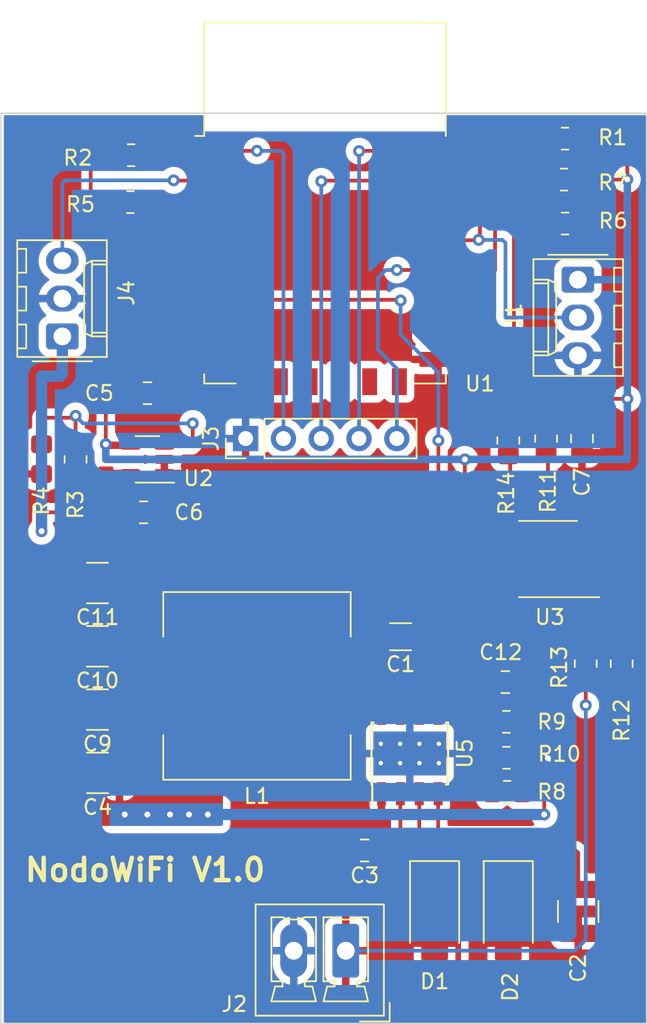
<source format=kicad_pcb>
(kicad_pcb (version 20221018) (generator pcbnew)
  (layers (0 "F.Cu" signal) (31 "B.Cu" signal) (34 "B.Paste" user) (35 "F.Paste" user) (36 "B.SilkS" user "B.Silkscreen") (37 "F.SilkS" user "F.Silkscreen") (38 "B.Mask" user) (39 "F.Mask" user) (44 "Edge.Cuts" user))
  (net 0 "")
  (net 1 "Net-(U5-BOOT)")
  (net 2 "Net-(D1-K)")
  (net 3 "GND")
  (net 4 "Net-(U5-VCC)")
  (net 5 "/V_BAT")
  (net 6 "+3.3V")
  (net 7 "DQ")
  (net 8 "RTS")
  (net 9 "ESP_RX")
  (net 10 "ESP_TX")
  (net 11 "DTR")
  (net 12 "ADC_In")
  (net 13 "Net-(U1-EN)")
  (net 14 "Net-(U1-GPIO15)")
  (net 15 "/FB")
  (net 16 "Net-(U5-PG)")
  (net 19 "LOW_BAT")
  (net 29 "/SW")
  (net 30 "+5V")
  (net 31 "Net-(U2-CE)")
  (net 32 "Net-(U3A-+)")
  (net 33 "Net-(U3A--)")
  (footprint "Resistor_SMD:R_0805_2012Metric_Pad1.20x1.40mm_HandSolder" (layer "F.Cu") (at 80.9 40.3)
    (fp_text reference "R6" (at 3.2352 -0.1778) (layer "F.SilkS"))
    (fp_text value "10K")
    (pad "1" smd roundrect (at -1 0) (size 1.2 1.4) (layers "F.Cu" "F.Paste" "F.Mask") (roundrect_rratio 0.208333) (net 14 "Net-(U1-GPIO15)"))
    (pad "2" smd roundrect (at 1 0) (size 1.2 1.4) (layers "F.Cu" "F.Paste" "F.Mask") (roundrect_rratio 0.208333) (net 3 "GND"))
  )
  (footprint "Package_TO_SOT_SMD:SOT-23-5" (layer "F.Cu") (at 52.832 56.134 180)
    (fp_text reference "U2" (at -3.429 -1.27) (layer "F.SilkS"))
    (fp_text value "R1524N033B-TR-KE")
    (pad "1" smd roundrect (at -1.1375 -0.95 180) (size 1.325 0.6) (layers "F.Cu" "F.Paste" "F.Mask") (net 3 "GND"))
    (pad "2" smd roundrect (at -1.1375 0 180) (size 1.325 0.6) (layers "F.Cu" "F.Paste" "F.Mask") (net 3 "GND"))
    (pad "3" smd roundrect (at -1.1375 0.95 180) (size 1.325 0.6) (layers "F.Cu" "F.Paste" "F.Mask") (net 31 "Net-(U2-CE)"))
    (pad "4" smd roundrect (at 1.1375 0.95 180) (size 1.325 0.6) (layers "F.Cu" "F.Paste" "F.Mask") (net 6 "+3.3V"))
    (pad "5" smd roundrect (at 1.1375 -0.95 180) (size 1.325 0.6) (layers "F.Cu" "F.Paste" "F.Mask") (net 30 "+5V"))
  )
  (footprint "Resistor_SMD:R_0805_2012Metric_Pad1.20x1.40mm_HandSolder" (layer "F.Cu") (at 80.8332 37.35 180)
    (fp_text reference "R7" (at -3.2766 -0.2032) (layer "F.SilkS"))
    (fp_text value "10K")
    (pad "1" smd roundrect (at -1 0 180) (size 1.2 1.4) (layers "F.Cu" "F.Paste" "F.Mask") (roundrect_rratio 0.208333) (net 6 "+3.3V"))
    (pad "2" smd roundrect (at 1 0 180) (size 1.2 1.4) (layers "F.Cu" "F.Paste" "F.Mask") (roundrect_rratio 0.208333) (net 11 "DTR"))
  )
  (footprint "Connector_Phoenix_MC:PhoenixContact_MCV_1,5_2-G-3.5_1x02_P3.50mm_Vertical" (layer "F.Cu") (at 66.167 89.124 180)
    (fp_text reference "J2" (at 7.493 -3.586) (layer "F.SilkS"))
    (fp_text value "Conn_01x02")
    (pad "1" thru_hole roundrect (at 0 0 180) (size 1.8 3.6) (drill 1.2) (layers "*.Cu" "*.Mask") (roundrect_rratio 0.138889) (net 5 "/V_BAT"))
    (pad "2" thru_hole oval (at 3.5 0 180) (size 1.8 3.6) (drill 1.2) (layers "*.Cu" "*.Mask") (net 3 "GND"))
  )
  (footprint "Resistor_SMD:R_0805_2012Metric_Pad1.20x1.40mm_HandSolder" (layer "F.Cu") (at 51.689 38.862)
    (fp_text reference "R5" (at -3.3528 0.1524) (layer "F.SilkS"))
    (fp_text value "10K")
    (pad "1" smd roundrect (at -1 0) (size 1.2 1.4) (layers "F.Cu" "F.Paste" "F.Mask") (roundrect_rratio 0.208333) (net 6 "+3.3V"))
    (pad "2" smd roundrect (at 1 0) (size 1.2 1.4) (layers "F.Cu" "F.Paste" "F.Mask") (roundrect_rratio 0.208333) (net 13 "Net-(U1-EN)"))
  )
  (footprint "Capacitor_SMD:C_1210_3225Metric" (layer "F.Cu") (at 49.4792 64.4352 180)
    (fp_text reference "C11" (at 0 -2.3) (layer "F.SilkS"))
    (fp_text value "22uF")
    (pad "1" smd roundrect (at -1.475 0 180) (size 1.15 2.7) (layers "F.Cu" "F.Paste" "F.Mask") (roundrect_rratio 0.217391) (net 30 "+5V"))
    (pad "2" smd roundrect (at 1.475 0 180) (size 1.15 2.7) (layers "F.Cu" "F.Paste" "F.Mask") (roundrect_rratio 0.217391) (net 3 "GND"))
  )
  (footprint "Connector_Molex:Molex_KK-254_AE-6410-03A_1x03_P2.54mm_Vertical" (layer "F.Cu") (at 81.768 44.069 -90)
    (fp_text reference "J1" (at 2.413 4.298 90) (layer "F.SilkS"))
    (fp_text value "Conn_01x03")
    (pad "1" thru_hole roundrect (at 0 0 270) (size 1.74 2.19) (drill 1.19) (layers "*.Cu" "*.Mask") (roundrect_rratio 0.143678) (net 6 "+3.3V"))
    (pad "2" thru_hole oval (at 2.54 0 270) (size 1.74 2.19) (drill 1.19) (layers "*.Cu" "*.Mask") (net 7 "DQ"))
    (pad "3" thru_hole oval (at 5.08 0 270) (size 1.74 2.19) (drill 1.19) (layers "*.Cu" "*.Mask") (net 3 "GND"))
  )
  (footprint "Diode_SMD:D_SMA" (layer "F.Cu") (at 72.136 86.614 -90)
    (fp_text reference "D1" (at 4.572 0 -180) (layer "F.SilkS"))
    (fp_text value "SK34A")
    (pad "1" smd roundrect (at -2 0 270) (size 2.5 1.8) (layers "F.Cu" "F.Paste" "F.Mask") (roundrect_rratio 0.1388888889) (net 2 "Net-(D1-K)"))
    (pad "2" smd roundrect (at 2 0 270) (size 2.5 1.8) (layers "F.Cu" "F.Paste" "F.Mask") (roundrect_rratio 0.1388888889) (net 5 "/V_BAT"))
  )
  (footprint "Diode_SMD:D_SMA" (layer "F.Cu") (at 77.089 86.614 -90)
    (fp_text reference "D2" (at 4.9478 -0.127 90) (layer "F.SilkS"))
    (fp_text value "D")
    (pad "1" smd roundrect (at -2 0 270) (size 2.5 1.8) (layers "F.Cu" "F.Paste" "F.Mask") (roundrect_rratio 0.1388888889) (net 2 "Net-(D1-K)"))
    (pad "2" smd roundrect (at 2 0 270) (size 2.5 1.8) (layers "F.Cu" "F.Paste" "F.Mask") (roundrect_rratio 0.1388888889) (net 3 "GND"))
  )
  (footprint "Resistor_SMD:R_0805_2012Metric_Pad1.20x1.40mm_HandSolder" (layer "F.Cu") (at 51.7398 35.7124)
    (fp_text reference "R2" (at -3.5814 0.1778) (layer "F.SilkS"))
    (fp_text value "10K")
    (pad "1" smd roundrect (at -1 0) (size 1.2 1.4) (layers "F.Cu" "F.Paste" "F.Mask") (roundrect_rratio 0.208333) (net 6 "+3.3V"))
    (pad "2" smd roundrect (at 1 0) (size 1.2 1.4) (layers "F.Cu" "F.Paste" "F.Mask") (roundrect_rratio 0.208333) (net 8 "RTS"))
  )
  (footprint "Capacitor_SMD:C_1210_3225Metric" (layer "F.Cu") (at 81.788 86.487 -90)
    (fp_text reference "C2" (at 3.81 0 90) (layer "F.SilkS"))
    (fp_text value "10uF")
    (pad "1" smd roundrect (at -1.475 0 270) (size 1.15 2.7) (layers "F.Cu" "F.Paste" "F.Mask") (roundrect_rratio 0.217391) (net 2 "Net-(D1-K)"))
    (pad "2" smd roundrect (at 1.475 0 270) (size 1.15 2.7) (layers "F.Cu" "F.Paste" "F.Mask") (roundrect_rratio 0.217391) (net 3 "GND"))
  )
  (footprint "RF_Module:ESP-12E" (layer "F.Cu") (at 64.77 38.92)
    (fp_text reference "U1" (at 10.414 12.134) (layer "F.SilkS"))
    (fp_text value "ESP-12F")
    (pad "1" smd rect (at -7.6 -3.5) (size 2.5 1) (layers "F.Cu" "F.Paste" "F.Mask") (net 8 "RTS"))
    (pad "2" smd rect (at -7.6 -1.5) (size 2.5 1) (layers "F.Cu" "F.Paste" "F.Mask") (net 12 "ADC_In"))
    (pad "3" smd rect (at -7.6 0.5) (size 2.5 1) (layers "F.Cu" "F.Paste" "F.Mask") (net 13 "Net-(U1-EN)"))
    (pad "4" smd rect (at -7.6 2.5) (size 2.5 1) (layers "F.Cu" "F.Paste" "F.Mask"))
    (pad "5" smd rect (at -7.6 4.5) (size 2.5 1) (layers "F.Cu" "F.Paste" "F.Mask"))
    (pad "6" smd rect (at -7.6 6.5) (size 2.5 1) (layers "F.Cu" "F.Paste" "F.Mask") (net 19 "LOW_BAT"))
    (pad "7" smd rect (at -7.6 8.5) (size 2.5 1) (layers "F.Cu" "F.Paste" "F.Mask"))
    (pad "8" smd rect (at -7.6 10.5) (size 2.5 1) (layers "F.Cu" "F.Paste" "F.Mask") (net 6 "+3.3V"))
    (pad "9" smd rect (at -5 12) (size 1 1.8) (layers "F.Cu" "F.Paste" "F.Mask"))
    (pad "10" smd rect (at -3 12) (size 1 1.8) (layers "F.Cu" "F.Paste" "F.Mask"))
    (pad "11" smd rect (at -1 12) (size 1 1.8) (layers "F.Cu" "F.Paste" "F.Mask"))
    (pad "12" smd rect (at 1 12) (size 1 1.8) (layers "F.Cu" "F.Paste" "F.Mask"))
    (pad "13" smd rect (at 3 12) (size 1 1.8) (layers "F.Cu" "F.Paste" "F.Mask"))
    (pad "14" smd rect (at 5 12) (size 1 1.8) (layers "F.Cu" "F.Paste" "F.Mask"))
    (pad "15" smd rect (at 7.6 10.5) (size 2.5 1) (layers "F.Cu" "F.Paste" "F.Mask") (net 3 "GND"))
    (pad "16" smd rect (at 7.6 8.5) (size 2.5 1) (layers "F.Cu" "F.Paste" "F.Mask") (net 14 "Net-(U1-GPIO15)"))
    (pad "17" smd rect (at 7.6 6.5) (size 2.5 1) (layers "F.Cu" "F.Paste" "F.Mask"))
    (pad "18" smd rect (at 7.6 4.5) (size 2.5 1) (layers "F.Cu" "F.Paste" "F.Mask") (net 11 "DTR"))
    (pad "19" smd rect (at 7.6 2.5) (size 2.5 1) (layers "F.Cu" "F.Paste" "F.Mask") (net 7 "DQ"))
    (pad "20" smd rect (at 7.6 0.5) (size 2.5 1) (layers "F.Cu" "F.Paste" "F.Mask"))
    (pad "21" smd rect (at 7.6 -1.5) (size 2.5 1) (layers "F.Cu" "F.Paste" "F.Mask") (net 9 "ESP_RX"))
    (pad "22" smd rect (at 7.6 -3.5) (size 2.5 1) (layers "F.Cu" "F.Paste" "F.Mask") (net 10 "ESP_TX"))
    (zone (net 0) (net_name "") (layers "*.Cu") (connect_pads (clearance 0)) (min_thickness 0.254)
      (keepout (tracks not_allowed) (vias not_allowed) (pads not_allowed) (copperpour not_allowed) (footprints not_allowed))
      (fill (thermal_gap 0.508) (thermal_bridge_width 0.508))
      (polygon (pts (xy 56.65 34.12) (xy 72.89 34.12) (xy 72.89 26.8) (xy 56.65 26.8)))
    )
  )
  (footprint "Capacitor_SMD:C_0805_2012Metric" (layer "F.Cu") (at 67.437 82.393 180)
    (fp_text reference "C3" (at 0 -1.68) (layer "F.SilkS"))
    (fp_text value "220nF")
    (pad "1" smd roundrect (at -0.95 0 180) (size 1 1.45) (layers "F.Cu" "F.Paste" "F.Mask") (net 2 "Net-(D1-K)"))
    (pad "2" smd roundrect (at 0.95 0 180) (size 1 1.45) (layers "F.Cu" "F.Paste" "F.Mask") (net 3 "GND"))
  )
  (footprint "Package_SO:Texas_HSOP-8-1EP_3.9x4.9mm_P1.27mm_ThermalVias" (layer "F.Cu") (at 70.47 75.882 90)
    (fp_text reference "U5" (at 0 3.698 90) (layer "F.SilkS"))
    (fp_text value "LMR33630ADDA")
    (pad "1" smd rect (at -2.7 -1.905 90) (size 1.55 0.6) (layers "F.Cu" "F.Paste" "F.Mask") (net 3 "GND"))
    (pad "2" smd rect (at -2.7 -0.635 90) (size 1.55 0.6) (layers "F.Cu" "F.Paste" "F.Mask") (net 2 "Net-(D1-K)"))
    (pad "3" smd rect (at -2.7 0.635 90) (size 1.55 0.6) (layers "F.Cu" "F.Paste" "F.Mask") (net 2 "Net-(D1-K)"))
    (pad "4" smd rect (at -2.7 1.905 90) (size 1.55 0.6) (layers "F.Cu" "F.Paste" "F.Mask") (net 16 "Net-(U5-PG)"))
    (pad "5" smd rect (at 2.7 1.905 90) (size 1.55 0.6) (layers "F.Cu" "F.Paste" "F.Mask") (net 15 "/FB"))
    (pad "6" smd rect (at 2.7 0.635 90) (size 1.55 0.6) (layers "F.Cu" "F.Paste" "F.Mask") (net 4 "Net-(U5-VCC)"))
    (pad "7" smd rect (at 2.7 -0.635 90) (size 1.55 0.6) (layers "F.Cu" "F.Paste" "F.Mask") (net 1 "Net-(U5-BOOT)"))
    (pad "8" smd rect (at 2.7 -1.905 90) (size 1.55 0.6) (layers "F.Cu" "F.Paste" "F.Mask") (net 29 "/SW"))
    (pad "9" thru_hole circle (at -0.65 -1.95 90) (size 0.6 0.6) (drill 0.3) (layers "*.Cu") (net 3 "GND"))
    (pad "9" thru_hole circle (at -0.65 -0.65 90) (size 0.6 0.6) (drill 0.3) (layers "*.Cu") (net 3 "GND"))
    (pad "9" thru_hole circle (at -0.65 0.65 90) (size 0.6 0.6) (drill 0.3) (layers "*.Cu") (net 3 "GND"))
    (pad "9" thru_hole circle (at -0.65 1.95 90) (size 0.6 0.6) (drill 0.3) (layers "*.Cu") (net 3 "GND"))
    (pad "9" smd rect (at 0 0 90) (size 2.95 4.9) (layers "F.Cu") (net 3 "GND"))
    (pad "9" smd rect (at 0 0 90) (size 2.95 4.9) (layers "B.Cu") (net 3 "GND"))
    (pad "9" thru_hole circle (at 0.65 -1.95 90) (size 0.6 0.6) (drill 0.3) (layers "*.Cu") (net 3 "GND"))
    (pad "9" thru_hole circle (at 0.65 -0.65 90) (size 0.6 0.6) (drill 0.3) (layers "*.Cu") (net 3 "GND"))
    (pad "9" thru_hole circle (at 0.65 0.65 90) (size 0.6 0.6) (drill 0.3) (layers "*.Cu") (net 3 "GND"))
    (pad "9" thru_hole circle (at 0.65 1.95 90) (size 0.6 0.6) (drill 0.3) (layers "*.Cu") (net 3 "GND"))
  )
  (footprint "Capacitor_SMD:C_0805_2012Metric" (layer "F.Cu") (at 82.042 54.737 -90)
    (fp_text reference "C7" (at 2.921 0 90) (layer "F.SilkS"))
    (fp_text value "0.1uF")
    (pad "1" smd roundrect (at -0.95 0 270) (size 1 1.45) (layers "F.Cu" "F.Paste" "F.Mask") (net 6 "+3.3V"))
    (pad "2" smd roundrect (at 0.95 0 270) (size 1 1.45) (layers "F.Cu" "F.Paste" "F.Mask") (net 3 "GND"))
  )
  (footprint "Resistor_SMD:R_0805_2012Metric_Pad1.20x1.40mm_HandSolder" (layer "F.Cu") (at 82.296 69.85 90)
    (fp_text reference "R13" (at -0.254 -1.778 90) (layer "F.SilkS"))
    (fp_text value "20k")
    (pad "1" smd roundrect (at -1 0 90) (size 1.2 1.4) (layers "F.Cu" "F.Paste" "F.Mask") (roundrect_rratio 0.208333) (net 5 "/V_BAT"))
    (pad "2" smd roundrect (at 1 0 90) (size 1.2 1.4) (layers "F.Cu" "F.Paste" "F.Mask") (roundrect_rratio 0.208333) (net 33 "Net-(U3A--)"))
  )
  (footprint "Capacitor_SMD:C_1210_3225Metric" (layer "F.Cu") (at 49.4792 72.9352 180)
    (fp_text reference "C9" (at 0 -2.3) (layer "F.SilkS"))
    (fp_text value "22uF")
    (pad "1" smd roundrect (at -1.475 0 180) (size 1.15 2.7) (layers "F.Cu" "F.Paste" "F.Mask") (roundrect_rratio 0.217391) (net 30 "+5V"))
    (pad "2" smd roundrect (at 1.475 0 180) (size 1.15 2.7) (layers "F.Cu" "F.Paste" "F.Mask") (roundrect_rratio 0.217391) (net 3 "GND"))
  )
  (footprint "Resistor_SMD:R_0805_2012Metric_Pad1.20x1.40mm_HandSolder" (layer "F.Cu") (at 77.089 54.864 90)
    (fp_text reference "R14" (at -3.556 -0.127 90) (layer "F.SilkS"))
    (fp_text value "10k")
    (pad "1" smd roundrect (at -1 0 90) (size 1.2 1.4) (layers "F.Cu" "F.Paste" "F.Mask") (roundrect_rratio 0.208333) (net 32 "Net-(U3A-+)"))
    (pad "2" smd roundrect (at 1 0 90) (size 1.2 1.4) (layers "F.Cu" "F.Paste" "F.Mask") (roundrect_rratio 0.208333) (net 3 "GND"))
  )
  (footprint "Resistor_SMD:R_0805_2012Metric_Pad1.20x1.40mm_HandSolder" (layer "F.Cu") (at 77.0128 78.456)
    (fp_text reference "R8" (at 2.9972 0) (layer "F.SilkS"))
    (fp_text value "100k")
    (pad "1" smd roundrect (at -1 0) (size 1.2 1.4) (layers "F.Cu" "F.Paste" "F.Mask") (roundrect_rratio 0.208333) (net 15 "/FB"))
    (pad "2" smd roundrect (at 1 0) (size 1.2 1.4) (layers "F.Cu" "F.Paste" "F.Mask") (roundrect_rratio 0.208333) (net 30 "+5V"))
  )
  (footprint "Resistor_SMD:R_0805_2012Metric_Pad1.20x1.40mm_HandSolder" (layer "F.Cu") (at 80.9 34.6 180)
    (fp_text reference "R1" (at -3.2004 0.0762) (layer "F.SilkS"))
    (fp_text value "47K")
    (pad "1" smd roundrect (at -1 0 180) (size 1.2 1.4) (layers "F.Cu" "F.Paste" "F.Mask") (roundrect_rratio 0.208333) (net 6 "+3.3V"))
    (pad "2" smd roundrect (at 1 0 180) (size 1.2 1.4) (layers "F.Cu" "F.Paste" "F.Mask") (roundrect_rratio 0.208333) (net 7 "DQ"))
  )
  (footprint "Capacitor_SMD:C_0805_2012Metric" (layer "F.Cu") (at 52.578 59.69 180)
    (fp_text reference "C6" (at -3.048 0) (layer "F.SilkS"))
    (fp_text value "0.1uF")
    (pad "1" smd roundrect (at -0.95 0 180) (size 1 1.45) (layers "F.Cu" "F.Paste" "F.Mask") (net 3 "GND"))
    (pad "2" smd roundrect (at 0.95 0 180) (size 1 1.45) (layers "F.Cu" "F.Paste" "F.Mask") (net 30 "+5V"))
  )
  (footprint "Capacitor_SMD:C_1206_3216Metric" (layer "F.Cu") (at 69.85 68.042 180)
    (fp_text reference "C1" (at 0 -1.85) (layer "F.SilkS"))
    (fp_text value "100nF")
    (pad "1" smd roundrect (at -1.475 0 180) (size 1.15 1.8) (layers "F.Cu" "F.Paste" "F.Mask") (roundrect_rratio 0.217391) (net 1 "Net-(U5-BOOT)"))
    (pad "2" smd roundrect (at 1.475 0 180) (size 1.15 1.8) (layers "F.Cu" "F.Paste" "F.Mask") (roundrect_rratio 0.217391) (net 29 "/SW"))
  )
  (footprint "Connector_Molex:Molex_KK-254_AE-6410-03A_1x03_P2.54mm_Vertical" (layer "F.Cu") (at 47.117 47.879 90)
    (fp_text reference "J4" (at 2.921 4.318 90) (layer "F.SilkS"))
    (fp_text value "Conn_01x03")
    (pad "1" thru_hole roundrect (at 0 0 90) (size 1.74 2.19) (drill 1.19) (layers "*.Cu" "*.Mask") (roundrect_rratio 0.143678) (net 30 "+5V"))
    (pad "2" thru_hole oval (at 2.54 0 90) (size 1.74 2.19) (drill 1.19) (layers "*.Cu" "*.Mask") (net 3 "GND"))
    (pad "3" thru_hole oval (at 5.08 0 90) (size 1.74 2.19) (drill 1.19) (layers "*.Cu" "*.Mask") (net 12 "ADC_In"))
  )
  (footprint "Capacitor_SMD:C_0805_2012Metric" (layer "F.Cu") (at 76.896 71.09)
    (fp_text reference "C12" (at -0.315 -2.002) (layer "F.SilkS"))
    (fp_text value "1uF")
    (pad "1" smd roundrect (at -0.95 0) (size 1 1.45) (layers "F.Cu" "F.Paste" "F.Mask") (net 4 "Net-(U5-VCC)"))
    (pad "2" smd roundrect (at 0.95 0) (size 1 1.45) (layers "F.Cu" "F.Paste" "F.Mask") (net 3 "GND"))
  )
  (footprint "Capacitor_SMD:C_1210_3225Metric" (layer "F.Cu") (at 49.4792 68.6852 180)
    (fp_text reference "C10" (at 0 -2.3) (layer "F.SilkS"))
    (fp_text value "22uF")
    (pad "1" smd roundrect (at -1.475 0 180) (size 1.15 2.7) (layers "F.Cu" "F.Paste" "F.Mask") (roundrect_rratio 0.217391) (net 30 "+5V"))
    (pad "2" smd roundrect (at 1.475 0 180) (size 1.15 2.7) (layers "F.Cu" "F.Paste" "F.Mask") (roundrect_rratio 0.217391) (net 3 "GND"))
  )
  (footprint "Inductor_SMD:L_12x12mm_H8mm" (layer "F.Cu") (at 60.198 71.344 180)
    (fp_text reference "L1" (at 0 -7.4) (layer "F.SilkS"))
    (fp_text value "6.8uH")
    (pad "1" smd rect (at -4.95 0 180) (size 2.9 5.4) (layers "F.Cu" "F.Paste" "F.Mask") (net 29 "/SW"))
    (pad "2" smd rect (at 4.95 0 180) (size 2.9 5.4) (layers "F.Cu" "F.Paste" "F.Mask") (net 30 "+5V"))
  )
  (footprint "Package_SO:SOIC-8-1EP_3.9x4.9mm_P1.27mm_EP2.514x3.2mm" (layer "F.Cu") (at 79.761 62.827 180)
    (fp_text reference "U3" (at -0.122 -3.899) (layer "F.SilkS"))
    (fp_text value "TS3702")
    (pad "1" smd roundrect (at -2.6375 -1.905 180) (size 1.625 0.6) (layers "F.Cu" "F.Paste" "F.Mask") (net 19 "LOW_BAT"))
    (pad "2" smd roundrect (at -2.6375 -0.635 180) (size 1.625 0.6) (layers "F.Cu" "F.Paste" "F.Mask") (net 33 "Net-(U3A--)"))
    (pad "3" smd roundrect (at -2.6375 0.635 180) (size 1.625 0.6) (layers "F.Cu" "F.Paste" "F.Mask") (net 32 "Net-(U3A-+)"))
    (pad "4" smd roundrect (at -2.6375 1.905 180) (size 1.625 0.6) (layers "F.Cu" "F.Paste" "F.Mask") (net 3 "GND"))
    (pad "5" smd roundrect (at 2.6375 1.905 180) (size 1.625 0.6) (layers "F.Cu" "F.Paste" "F.Mask"))
    (pad "6" smd roundrect (at 2.6375 0.635 180) (size 1.625 0.6) (layers "F.Cu" "F.Paste" "F.Mask"))
    (pad "7" smd roundrect (at 2.6375 -0.635 180) (size 1.625 0.6) (layers "F.Cu" "F.Paste" "F.Mask"))
    (pad "8" smd roundrect (at 2.6375 -1.905 180) (size 1.625 0.6) (layers "F.Cu" "F.Paste" "F.Mask") (net 6 "+3.3V"))
    (pad "9" smd rect (at 0 0 180) (size 2.514 3.2) (layers "F.Cu" "F.Mask"))
  )
  (footprint "Connector_PinHeader_2.54mm:PinHeader_1x05_P2.54mm_Vertical" (layer "F.Cu") (at 59.436 54.737 90)
    (fp_text reference "J3" (at 0 -2.33 90) (layer "F.SilkS"))
    (fp_text value "Conn_01x05")
    (pad "1" thru_hole rect (at 0 0 90) (size 1.7 1.7) (drill 1) (layers "*.Cu" "*.Mask") (net 3 "GND"))
    (pad "2" thru_hole oval (at 0 2.54 90) (size 1.7 1.7) (drill 1) (layers "*.Cu" "*.Mask") (net 8 "RTS"))
    (pad "3" thru_hole oval (at 0 5.08 90) (size 1.7 1.7) (drill 1) (layers "*.Cu" "*.Mask") (net 9 "ESP_RX"))
    (pad "4" thru_hole oval (at 0 7.62 90) (size 1.7 1.7) (drill 1) (layers "*.Cu" "*.Mask") (net 10 "ESP_TX"))
    (pad "5" thru_hole oval (at 0 10.16 90) (size 1.7 1.7) (drill 1) (layers "*.Cu" "*.Mask") (net 11 "DTR"))
  )
  (footprint "Capacitor_SMD:C_0805_2012Metric" (layer "F.Cu") (at 52.832 51.689 180)
    (fp_text reference "C5" (at 3.236 0) (layer "F.SilkS"))
    (fp_text value "0.1uF")
    (pad "1" smd roundrect (at -0.95 0 180) (size 1 1.45) (layers "F.Cu" "F.Paste" "F.Mask") (net 3 "GND"))
    (pad "2" smd roundrect (at 0.95 0 180) (size 1 1.45) (layers "F.Cu" "F.Paste" "F.Mask") (net 6 "+3.3V"))
  )
  (footprint "Resistor_SMD:R_0805_2012Metric_Pad1.20x1.40mm_HandSolder" (layer "F.Cu") (at 48.006 56.134 90)
    (fp_text reference "R3" (at -3.048 0 90) (layer "F.SilkS"))
    (fp_text value "100k")
    (pad "1" smd roundrect (at -1 0 90) (size 1.2 1.4) (layers "F.Cu" "F.Paste" "F.Mask") (roundrect_rratio 0.208333) (net 30 "+5V"))
    (pad "2" smd roundrect (at 1 0 90) (size 1.2 1.4) (layers "F.Cu" "F.Paste" "F.Mask") (roundrect_rratio 0.208333) (net 31 "Net-(U2-CE)"))
  )
  (footprint "Resistor_SMD:R_0805_2012Metric_Pad1.20x1.40mm_HandSolder" (layer "F.Cu") (at 76.962 73.757 180)
    (fp_text reference "R9" (at -3.048 0) (layer "F.SilkS"))
    (fp_text value "100k")
    (pad "1" smd roundrect (at -1 0 180) (size 1.2 1.4) (layers "F.Cu" "F.Paste" "F.Mask") (roundrect_rratio 0.208333) (net 16 "Net-(U5-PG)"))
    (pad "2" smd roundrect (at 1 0 180) (size 1.2 1.4) (layers "F.Cu" "F.Paste" "F.Mask") (roundrect_rratio 0.208333) (net 4 "Net-(U5-VCC)"))
  )
  (footprint "Capacitor_SMD:C_1210_3225Metric" (layer "F.Cu") (at 49.4792 77.1852 180)
    (fp_text reference "C4" (at 0 -2.3) (layer "F.SilkS"))
    (fp_text value "22uF")
    (pad "1" smd roundrect (at -1.475 0 180) (size 1.15 2.7) (layers "F.Cu" "F.Paste" "F.Mask") (roundrect_rratio 0.217391) (net 30 "+5V"))
    (pad "2" smd roundrect (at 1.475 0 180) (size 1.15 2.7) (layers "F.Cu" "F.Paste" "F.Mask") (roundrect_rratio 0.217391) (net 3 "GND"))
  )
  (footprint "Resistor_SMD:R_0805_2012Metric_Pad1.20x1.40mm_HandSolder" (layer "F.Cu") (at 79.629 54.737 -90)
    (fp_text reference "R11" (at 3.556 -0.127 90) (layer "F.SilkS"))
    (fp_text value "10k")
    (pad "1" smd roundrect (at -1 0 270) (size 1.2 1.4) (layers "F.Cu" "F.Paste" "F.Mask") (roundrect_rratio 0.208333) (net 6 "+3.3V"))
    (pad "2" smd roundrect (at 1 0 270) (size 1.2 1.4) (layers "F.Cu" "F.Paste" "F.Mask") (roundrect_rratio 0.208333) (net 32 "Net-(U3A-+)"))
  )
  (footprint "Resistor_SMD:R_0805_2012Metric_Pad1.20x1.40mm_HandSolder" (layer "F.Cu") (at 45.72 56.118 -90)
    (fp_text reference "R4" (at 2.81 0 90) (layer "F.SilkS"))
    (fp_text value "100k")
    (pad "1" smd roundrect (at -1 0 270) (size 1.2 1.4) (layers "F.Cu" "F.Paste" "F.Mask") (roundrect_rratio 0.208333) (net 31 "Net-(U2-CE)"))
    (pad "2" smd roundrect (at 1 0 270) (size 1.2 1.4) (layers "F.Cu" "F.Paste" "F.Mask") (roundrect_rratio 0.208333) (net 3 "GND"))
  )
  (footprint "Resistor_SMD:R_0805_2012Metric_Pad1.20x1.40mm_HandSolder" (layer "F.Cu") (at 76.962 76.17 180)
    (fp_text reference "R10" (at -3.556 0.254) (layer "F.SilkS"))
    (fp_text value "43,2K")
    (pad "1" smd roundrect (at -1 0 180) (size 1.2 1.4) (layers "F.Cu" "F.Paste" "F.Mask") (roundrect_rratio 0.208333) (net 3 "GND"))
    (pad "2" smd roundrect (at 1 0 180) (size 1.2 1.4) (layers "F.Cu" "F.Paste" "F.Mask") (roundrect_rratio 0.208333) (net 15 "/FB"))
  )
  (footprint "Resistor_SMD:R_0805_2012Metric_Pad1.20x1.40mm_HandSolder" (layer "F.Cu") (at 84.709 69.85 -90)
    (fp_text reference "R12" (at 3.81 0 -270) (layer "F.SilkS"))
    (fp_text value "10k")
    (pad "1" smd roundrect (at -1 0 270) (size 1.2 1.4) (layers "F.Cu" "F.Paste" "F.Mask") (roundrect_rratio 0.208333) (net 33 "Net-(U3A--)"))
    (pad "2" smd roundrect (at 1 0 270) (size 1.2 1.4) (layers "F.Cu" "F.Paste" "F.Mask") (roundrect_rratio 0.208333) (net 3 "GND"))
  )
  (gr_rect (start 42.9768 32.893) (end 86.3854 94.0054) (stroke (width 0.1)) (fill none) (layer "Edge.Cuts"))
  (gr_text "NodoWiFi V1.0" (at 44.45 84.582) (layer "F.SilkS") (effects (font (size 1.5 1.5) (thickness 0.3) bold) (justify left bottom)))
  (segment (start 71.325 69.742) (end 71.247 69.82) (width 0.25) (layer "F.Cu") (net 1))
  (segment (start 69.85 69.82) (end 69.835 69.835) (width 0.25) (layer "F.Cu") (net 1))
  (segment (start 71.247 69.82) (end 69.85 69.82) (width 0.25) (layer "F.Cu") (net 1))
  (segment (start 71.325 68.042) (end 71.325 69.742) (width 0.25) (layer "F.Cu") (net 1))
  (segment (start 69.835 69.835) (end 69.835 73.182) (width 0.25) (layer "F.Cu") (net 1))
  (segment (start 71.105 82.154) (end 71.12 82.169) (width 0.25) (layer "F.Cu") (net 2))
  (segment (start 72.136 84.614) (end 72.136 82.393) (width 0.25) (layer "F.Cu") (net 2))
  (segment (start 71.12 82.393) (end 72.136 82.393) (width 0.25) (layer "F.Cu") (net 2))
  (segment (start 77.089 82.52) (end 77.216 82.393) (width 0.25) (layer "F.Cu") (net 2))
  (segment (start 69.835 82.393) (end 70.612 82.393) (width 0.25) (layer "F.Cu") (net 2))
  (segment (start 72.136 82.393) (end 77.216 82.393) (width 0.25) (layer "F.Cu") (net 2))
  (segment (start 71.12 82.169) (end 71.12 82.393) (width 0.25) (layer "F.Cu") (net 2))
  (segment (start 81.631 82.393) (end 81.788 82.55) (width 0.25) (layer "F.Cu") (net 2))
  (segment (start 81.788 82.55) (end 81.788 85.012) (width 0.25) (layer "F.Cu") (net 2))
  (segment (start 69.835 82.393) (end 69.835 78.582) (width 0.25) (layer "F.Cu") (net 2))
  (segment (start 77.089 84.614) (end 77.089 82.52) (width 0.25) (layer "F.Cu") (net 2))
  (segment (start 69.835 82.393) (end 68.387 82.393) (width 0.25) (layer "F.Cu") (net 2))
  (segment (start 70.612 82.393) (end 71.12 82.393) (width 0.25) (layer "F.Cu") (net 2))
  (segment (start 71.105 78.582) (end 71.105 82.154) (width 0.25) (layer "F.Cu") (net 2))
  (segment (start 77.216 82.393) (end 81.631 82.393) (width 0.25) (layer "F.Cu") (net 2))
  (segment (start 77.962 76.17) (end 79.726 76.17) (width 0.25) (layer "F.Cu") (net 3))
  (segment (start 79.726 76.17) (end 79.756 76.2) (width 0.25) (layer "F.Cu") (net 3))
  (via (at 79.756 76.2) (size 0.8) (drill 0.4) (layers "F.Cu" "B.Cu") (net 3))
  (segment (start 71.105 73.182) (end 71.105 71.105) (width 0.25) (layer "F.Cu") (net 4))
  (segment (start 71.105 71.105) (end 71.247 70.963) (width 0.25) (layer "F.Cu") (net 4))
  (segment (start 75.946 71.09) (end 75.946 73.741) (width 0.25) (layer "F.Cu") (net 4))
  (segment (start 75.819 70.963) (end 75.946 71.09) (width 0.25) (layer "F.Cu") (net 4))
  (segment (start 71.247 70.963) (end 75.819 70.963) (width 0.25) (layer "F.Cu") (net 4))
  (segment (start 75.946 73.741) (end 75.962 73.757) (width 0.25) (layer "F.Cu") (net 4))
  (segment (start 82.296 70.85) (end 82.296 72.644) (width 0.25) (layer "F.Cu") (net 5))
  (segment (start 66.201 89.09) (end 66.167 89.124) (width 0.25) (layer "F.Cu") (net 5))
  (segment (start 71.626 89.124) (end 72.136 88.614) (width 0.25) (layer "F.Cu") (net 5))
  (via (at 82.296 72.644) (size 0.8) (drill 0.4) (layers "F.Cu" "B.Cu") (net 5))
  (segment (start 81.564 89.124) (end 82.296 88.392) (width 0.25) (layer "B.Cu") (net 5))
  (segment (start 82.296 88.392) (end 82.296 72.644) (width 0.25) (layer "B.Cu") (net 5))
  (segment (start 66.167 89.124) (end 81.564 89.124) (width 0.25) (layer "B.Cu") (net 5))
  (segment (start 74.422 64.77) (end 74.168 64.516) (width 0.25) (layer "F.Cu") (net 6))
  (segment (start 49.022 40.767) (end 49.022 38.862) (width 0.25) (layer "F.Cu") (net 6))
  (segment (start 85.09 34.544) (end 81.956 34.544) (width 0.254) (layer "F.Cu") (net 6))
  (segment (start 49.022 38.862) (end 49.022 35.814) (width 0.25) (layer "F.Cu") (net 6))
  (segment (start 82.042 53.787) (end 82.042 52.324) (width 0.25) (layer "F.Cu") (net 6))
  (segment (start 50.038 40.767) (end 49.022 40.767) (width 0.25) (layer "F.Cu") (net 6))
  (segment (start 85.09 37.338) (end 85.078 37.35) (width 0.25) (layer "F.Cu") (net 6))
  (segment (start 51.882 51.689) (end 50.038 51.689) (width 0.25) (layer "F.Cu") (net 6))
  (segment (start 77.1235 64.732) (end 74.46 64.732) (width 0.25) (layer "F.Cu") (net 6))
  (segment (start 85.09 37.338) (end 85.09 34.544) (width 0.254) (layer "F.Cu") (net 6))
  (segment (start 50.038 49.276) (end 50.038 40.767) (width 0.25) (layer "F.Cu") (net 6))
  (segment (start 79.756 52.07) (end 82.296 52.07) (width 0.25) (layer "F.Cu") (net 6))
  (segment (start 50.6382 35.814) (end 50.7398 35.7124) (width 0.25) (layer "F.Cu") (net 6))
  (segment (start 79.629 52.197) (end 79.756 52.07) (width 0.25) (layer "F.Cu") (net 6))
  (segment (start 82.296 52.07) (end 85.09 52.07) (width 0.25) (layer "F.Cu") (net 6))
  (segment (start 85.078 37.35) (end 81.8332 37.35) (width 0.25) (layer "F.Cu") (net 6))
  (segment (start 51.6945 55.184) (end 50.104 55.184) (width 0.5) (layer "F.Cu") (net 6))
  (segment (start 74.168 64.516) (end 74.168 56.134) (width 0.25) (layer "F.Cu") (net 6))
  (segment (start 49.022 35.814) (end 50.6382 35.814) (width 0.25) (layer "F.Cu") (net 6))
  (segment (start 50.689 38.862) (end 49.022 38.862) (width 0.25) (layer "F.Cu") (net 6))
  (segment (start 82.042 52.324) (end 82.296 52.07) (width 0.25) (layer "F.Cu") (net 6))
  (segment (start 50.104 55.184) (end 50.038 55.118) (width 0.25) (layer "F.Cu") (net 6))
  (segment (start 81.956 34.544) (end 81.9 34.6) (width 0.254) (layer "F.Cu") (net 6))
  (segment (start 50.038 49.276) (end 50.038 55.118) (width 0.25) (layer "F.Cu") (net 6))
  (segment (start 74.46 64.732) (end 74.422 64.77) (width 0.25) (layer "F.Cu") (net 6))
  (segment (start 79.629 53.737) (end 79.629 52.197) (width 0.25) (layer "F.Cu") (net 6))
  (segment (start 57.17 49.42) (end 50.182 49.42) (width 0.25) (layer "F.Cu") (net 6))
  (via (at 85.09 37.338) (size 0.8) (drill 0.4) (layers "F.Cu" "B.Cu") (net 6))
  (via (at 74.168 56.134) (size 0.8) (drill 0.4) (layers "F.Cu" "B.Cu") (net 6))
  (via (at 85.09 52.07) (size 0.8) (drill 0.4) (layers "F.Cu" "B.Cu") (net 6))
  (via (at 50.038 55.118) (size 0.8) (drill 0.4) (layers "F.Cu" "B.Cu") (net 6))
  (segment (start 85.09 44.069) (end 85.09 37.338) (width 0.508) (layer "B.Cu") (net 6))
  (segment (start 81.768 44.069) (end 85.09 44.069) (width 0.508) (layer "B.Cu") (net 6))
  (segment (start 74.168 56.134) (end 50.038 56.134) (width 0.508) (layer "B.Cu") (net 6))
  (segment (start 85.09 44.069) (end 85.09 52.07) (width 0.508) (layer "B.Cu") (net 6))
  (segment (start 50.038 56.134) (end 50.038 55.118) (width 0.508) (layer "B.Cu") (net 6))
  (segment (start 85.09 56.134) (end 74.168 56.134) (width 0.508) (layer "B.Cu") (net 6))
  (segment (start 85.09 52.07) (end 85.09 56.134) (width 0.508) (layer "B.Cu") (net 6))
  (segment (start 72.37 41.42) (end 75.08 41.42) (width 0.25) (layer "F.Cu") (net 7))
  (segment (start 75.382 34.6) (end 75.184 34.798) (width 0.25) (layer "F.Cu") (net 7))
  (segment (start 79.9 34.6) (end 75.382 34.6) (width 0.25) (layer "F.Cu") (net 7))
  (segment (start 75.08 41.42) (end 75.1 41.4) (width 0.25) (layer "F.Cu") (net 7))
  (segment (start 75.184 41.316) (end 75.184 34.798) (width 0.25) (layer "F.Cu") (net 7))
  (segment (start 75.1 41.4) (end 75.184 41.316) (width 0.25) (layer "F.Cu") (net 7))
  (via (at 75.1 41.4) (size 0.8) (drill 0.4) (layers "F.Cu" "B.Cu") (net 7))
  (segment (start 76.7 41.4) (end 76.9 41.6) (width 0.25) (layer "B.Cu") (net 7))
  (segment (start 75.1 41.4) (end 76.7 41.4) (width 0.25) (layer "B.Cu") (net 7))
  (segment (start 76.9 46.6) (end 76.909 46.609) (width 0.25) (layer "B.Cu") (net 7))
  (segment (start 76.909 46.609) (end 81.768 46.609) (width 0.25) (layer "B.Cu") (net 7))
  (segment (start 76.9 41.6) (end 76.9 46.6) (width 0.25) (layer "B.Cu") (net 7))
  (segment (start 52.7398 35.7124) (end 54.4576 35.7124) (width 0.25) (layer "F.Cu") (net 8))
  (segment (start 54.75 35.42) (end 57.17 35.42) (width 0.25) (layer "F.Cu") (net 8))
  (segment (start 54.4576 35.7124) (end 54.75 35.42) (width 0.25) (layer "F.Cu") (net 8))
  (segment (start 60.198 35.42) (end 57.17 35.42) (width 0.25) (layer "F.Cu") (net 8))
  (via (at 60.198 35.42) (size 0.8) (drill 0.4) (layers "F.Cu" "B.Cu") (net 8))
  (segment (start 60.198 35.42) (end 61.836 35.42) (width 0.25) (layer "B.Cu") (net 8))
  (segment (start 61.976 54.737) (end 61.976 52.705) (width 0.25) (layer "B.Cu") (net 8))
  (segment (start 61.976 35.56) (end 61.976 52.705) (width 0.25) (layer "B.Cu") (net 8))
  (segment (start 61.836 35.42) (end 61.976 35.56) (width 0.25) (layer "B.Cu") (net 8))
  (segment (start 64.566 37.42) (end 72.37 37.42) (width 0.25) (layer "F.Cu") (net 9))
  (segment (start 64.521 37.465) (end 64.566 37.42) (width 0.25) (layer "F.Cu") (net 9))
  (via (at 64.521 37.465) (size 0.8) (drill 0.4) (layers "F.Cu" "B.Cu") (net 9))
  (segment (start 64.516 52.329) (end 64.521 52.324) (width 0.25) (layer "B.Cu") (net 9))
  (segment (start 64.521 37.465) (end 64.521 52.324) (width 0.25) (layer "B.Cu") (net 9))
  (segment (start 64.516 54.737) (end 64.516 52.329) (width 0.25) (layer "B.Cu") (net 9))
  (segment (start 67.079 35.42) (end 67.061 35.438) (width 0.25) (layer "F.Cu") (net 10))
  (segment (start 72.37 35.42) (end 67.079 35.42) (width 0.25) (layer "F.Cu") (net 10))
  (via (at 67.061 35.438) (size 0.8) (drill 0.4) (layers "F.Cu" "B.Cu") (net 10))
  (segment (start 67.056 52.329) (end 67.061 52.324) (width 0.25) (layer "B.Cu") (net 10))
  (segment (start 67.056 35.433) (end 67.061 35.438) (width 0.25) (layer "B.Cu") (net 10))
  (segment (start 67.056 54.737) (end 67.056 52.329) (width 0.25) (layer "B.Cu") (net 10))
  (segment (start 67.061 52.324) (end 67.061 35.438) (width 0.25) (layer "B.Cu") (net 10))
  (segment (start 76.2 37.338) (end 79.8212 37.338) (width 0.25) (layer "F.Cu") (net 11))
  (segment (start 72.37 43.42) (end 76.186 43.42) (width 0.25) (layer "F.Cu") (net 11))
  (segment (start 79.8212 37.338) (end 79.8332 37.35) (width 0.25) (layer "F.Cu") (net 11))
  (segment (start 69.601 43.42) (end 72.37 43.42) (width 0.25) (layer "F.Cu") (net 11))
  (segment (start 76.2 43.434) (end 76.2 37.338) (width 0.25) (layer "F.Cu") (net 11))
  (segment (start 76.186 43.42) (end 76.2 43.434) (width 0.25) (layer "F.Cu") (net 11))
  (via (at 69.601 43.42) (size 0.8) (drill 0.4) (layers "F.Cu" "B.Cu") (net 11))
  (segment (start 69.596 50.038) (end 69.596 54.737) (width 0.25) (layer "B.Cu") (net 11))
  (segment (start 68.326 48.768) (end 69.596 50.038) (width 0.25) (layer "B.Cu") (net 11))
  (segment (start 69.601 43.42) (end 68.848 43.42) (width 0.25) (layer "B.Cu") (net 11))
  (segment (start 68.848 43.42) (end 68.326 43.942) (width 0.25) (layer "B.Cu") (net 11))
  (segment (start 68.326 43.942) (end 68.326 48.768) (width 0.25) (layer "B.Cu") (net 11))
  (segment (start 54.62 37.42) (end 54.6 37.4) (width 0.25) (layer "F.Cu") (net 12))
  (segment (start 57.17 37.42) (end 54.62 37.42) (width 0.25) (layer "F.Cu") (net 12))
  (via (at 54.6 37.4) (size 0.8) (drill 0.4) (layers "F.Cu" "B.Cu") (net 12))
  (segment (start 47.3 37.4) (end 47.117 37.583) (width 0.25) (layer "B.Cu") (net 12))
  (segment (start 54.6 37.4) (end 47.3 37.4) (width 0.25) (layer "B.Cu") (net 12))
  (segment (start 47.117 37.583) (end 47.117 42.799) (width 0.25) (layer "B.Cu") (net 12))
  (segment (start 54.66 39.42) (end 57.17 39.42) (width 0.25) (layer "F.Cu") (net 13))
  (segment (start 52.689 38.862) (end 54.102 38.862) (width 0.25) (layer "F.Cu") (net 13))
  (segment (start 54.102 38.862) (end 54.66 39.42) (width 0.25) (layer "F.Cu") (net 13))
  (segment (start 79.9 40.3) (end 77.556 40.3) (width 0.25) (layer "F.Cu") (net 14))
  (segment (start 77.47 47.244) (end 77.294 47.42) (width 0.25) (layer "F.Cu") (net 14))
  (segment (start 77.47 40.386) (end 77.47 47.244) (width 0.25) (layer "F.Cu") (net 14))
  (segment (start 77.294 47.42) (end 72.37 47.42) (width 0.25) (layer "F.Cu") (net 14))
  (segment (start 77.556 40.3) (end 77.47 40.386) (width 0.25) (layer "F.Cu") (net 14))
  (segment (start 76.0128 78.456) (end 74.422 78.456) (width 0.25) (layer "F.Cu") (net 15))
  (segment (start 72.39 71.598) (end 74.422 71.598) (width 0.25) (layer "F.Cu") (net 15))
  (segment (start 74.422 71.598) (end 74.422 76.17) (width 0.25) (layer "F.Cu") (net 15))
  (segment (start 74.422 78.456) (end 74.422 76.17) (width 0.25) (layer "F.Cu") (net 15))
  (segment (start 72.375 71.613) (end 72.39 71.598) (width 0.25) (layer "F.Cu") (net 15))
  (segment (start 72.375 73.182) (end 72.375 71.613) (width 0.25) (layer "F.Cu") (net 15))
  (segment (start 74.422 76.17) (end 75.962 76.17) (width 0.25) (layer "F.Cu") (net 15))
  (segment (start 80.645 81.377) (end 72.771 81.377) (width 0.25) (layer "F.Cu") (net 16))
  (segment (start 77.962 73.757) (end 80.772 73.757) (width 0.25) (layer "F.Cu") (net 16))
  (segment (start 80.772 73.757) (end 80.772 81.25) (width 0.25) (layer "F.Cu") (net 16))
  (segment (start 72.771 81.377) (end 72.375 80.981) (width 0.25) (layer "F.Cu") (net 16))
  (segment (start 80.772 81.25) (end 80.645 81.377) (width 0.25) (layer "F.Cu") (net 16))
  (segment (start 72.375 80.981) (end 72.375 78.582) (width 0.25) (layer "F.Cu") (net 16))
  (segment (start 57.17 45.42) (end 69.804 45.42) (width 0.25) (layer "F.Cu") (net 19))
  (segment (start 84.074 66.04) (end 84.074 65.024) (width 0.25) (layer "F.Cu") (net 19))
  (segment (start 73.025 66.294) (end 83.82 66.294) (width 0.25) (layer "F.Cu") (net 19))
  (segment (start 69.804 45.42) (end 69.85 45.466) (width 0.25) (layer "F.Cu") (net 19))
  (segment (start 84.074 65.024) (end 83.782 64.732) (width 0.25) (layer "F.Cu") (net 19))
  (segment (start 83.82 66.294) (end 84.074 66.04) (width 0.25) (layer "F.Cu") (net 19))
  (segment (start 83.782 64.732) (end 82.3985 64.732) (width 0.25) (layer "F.Cu") (net 19))
  (segment (start 72.39 54.864) (end 72.39 65.659) (width 0.25) (layer "F.Cu") (net 19))
  (segment (start 72.39 65.659) (end 73.025 66.294) (width 0.25) (layer "F.Cu") (net 19))
  (via (at 69.85 45.466) (size 0.8) (drill 0.4) (layers "F.Cu" "B.Cu") (net 19))
  (via (at 72.39 54.864) (size 0.8) (drill 0.4) (layers "F.Cu" "B.Cu") (net 19))
  (segment (start 72.39 50.292) (end 72.39 54.864) (width 0.25) (layer "B.Cu") (net 19))
  (segment (start 69.85 45.466) (end 69.85 47.752) (width 0.25) (layer "B.Cu") (net 19))
  (segment (start 69.85 47.752) (end 72.39 50.292) (width 0.25) (layer "B.Cu") (net 19))
  (segment (start 68.58 69.107) (end 68.565 69.122) (width 0.25) (layer "F.Cu") (net 29))
  (segment (start 79.502 79.98) (end 79.502 78.456) (width 0.25) (layer "F.Cu") (net 30))
  (segment (start 50.038 59.69) (end 51.628 59.69) (width 0.25) (layer "F.Cu") (net 30))
  (segment (start 48.006 59.69) (end 45.72 59.69) (width 0.25) (layer "F.Cu") (net 30))
  (segment (start 45.72 59.69) (end 45.72 60.96) (width 0.25) (layer "F.Cu") (net 30))
  (segment (start 79.502 78.456) (end 78.0128 78.456) (width 0.25) (layer "F.Cu") (net 30))
  (segment (start 48.006 59.69) (end 48.006 57.134) (width 0.25) (layer "F.Cu") (net 30))
  (segment (start 50.038 59.69) (end 48.006 59.69) (width 0.25) (layer "F.Cu") (net 30))
  (via (at 56.896 79.98) (size 0.8) (drill 0.4) (layers "F.Cu" "B.Cu") (net 30))
  (via (at 52.832 79.98) (size 0.8) (drill 0.4) (layers "F.Cu" "B.Cu") (net 30))
  (via (at 51.308 79.98) (size 0.8) (drill 0.4) (layers "F.Cu" "B.Cu") (net 30))
  (via (at 55.626 79.98) (size 0.8) (drill 0.4) (layers "F.Cu" "B.Cu") (net 30))
  (via (at 54.356 79.98) (size 0.8) (drill 0.4) (layers "F.Cu" "B.Cu") (net 30))
  (via (at 45.72 60.96) (size 0.8) (drill 0.4) (layers "F.Cu" "B.Cu") (net 30))
  (via (at 79.502 79.98) (size 0.8) (drill 0.4) (layers "F.Cu" "B.Cu") (net 30))
  (segment (start 45.72 50.546) (end 46.99 50.546) (width 0.762) (layer "B.Cu") (net 30))
  (segment (start 47.117 50.419) (end 47.117 47.879) (width 0.762) (layer "B.Cu") (net 30))
  (segment (start 56.896 79.98) (end 51.308 79.98) (width 0.762) (layer "B.Cu") (net 30))
  (segment (start 46.99 50.546) (end 47.117 50.419) (width 0.762) (layer "B.Cu") (net 30))
  (segment (start 45.72 60.96) (end 45.72 50.546) (width 0.762) (layer "B.Cu") (net 30))
  (segment (start 79.502 79.98) (end 56.896 79.98) (width 0.762) (layer "B.Cu") (net 30))
  (segment (start 55.814 55.184) (end 55.88 55.118) (width 0.25) (layer "F.Cu") (net 31))
  (segment (start 55.88 55.118) (end 55.88 53.721) (width 0.25) (layer "F.Cu") (net 31))
  (segment (start 48.006 53.213) (end 48.006 55.134) (width 0.25) (layer "F.Cu") (net 31))
  (segment (start 47.879 53.34) (end 48.006 53.213) (width 0.25) (layer "F.Cu") (net 31))
  (segment (start 45.72 53.34) (end 47.879 53.34) (width 0.25) (layer "F.Cu") (net 31))
  (segment (start 45.72 55.118) (end 45.72 53.34) (width 0.25) (layer "F.Cu") (net 31))
  (segment (start 53.9695 55.184) (end 55.814 55.184) (width 0.25) (layer "F.Cu") (net 31))
  (via (at 55.88 53.721) (size 0.8) (drill 0.4) (layers "F.Cu" "B.Cu") (net 31))
  (via (at 48.006 53.213) (size 0.8) (drill 0.4) (layers "F.Cu" "B.Cu") (net 31))
  (segment (start 48.514 53.721) (end 48.006 53.213) (width 0.25) (layer "B.Cu") (net 31))
  (segment (start 55.88 53.721) (end 48.514 53.721) (width 0.25) (layer "B.Cu") (net 31))
  (segment (start 82.4365 62.23) (end 82.3985 62.192) (width 0.25) (layer "F.Cu") (net 32))
  (segment (start 84.836 62.23) (end 82.4365 62.23) (width 0.25) (layer "F.Cu") (net 32))
  (segment (start 77.216 55.991) (end 77.216 57.912) (width 0.25) (layer "F.Cu") (net 32))
  (segment (start 79.756 55.864) (end 79.629 55.737) (width 0.25) (layer "F.Cu") (net 32))
  (segment (start 84.836 57.912) (end 84.836 62.23) (width 0.25) (layer "F.Cu") (net 32))
  (segment (start 79.756 57.912) (end 79.756 55.864) (width 0.25) (layer "F.Cu") (net 32))
  (segment (start 79.502 57.912) (end 79.756 57.912) (width 0.25) (layer "F.Cu") (net 32))
  (segment (start 77.089 55.864) (end 77.216 55.991) (width 0.25) (layer "F.Cu") (net 32))
  (segment (start 77.216 57.912) (end 79.502 57.912) (width 0.25) (layer "F.Cu") (net 32))
  (segment (start 79.502 57.912) (end 84.836 57.912) (width 0.25) (layer "F.Cu") (net 32))
  (segment (start 82.296 67.31) (end 84.836 67.31) (width 0.25) (layer "F.Cu") (net 33))
  (segment (start 84.836 67.31) (end 84.836 63.5) (width 0.25) (layer "F.Cu") (net 33))
  (segment (start 82.4365 63.5) (end 82.3985 63.462) (width 0.25) (layer "F.Cu") (net 33))
  (segment (start 84.836 63.5) (end 82.4365 63.5) (width 0.25) (layer "F.Cu") (net 33))
  (segment (start 82.296 68.85) (end 82.296 67.31) (width 0.25) (layer "F.Cu") (net 33))
  (segment (start 84.836 68.723) (end 84.709 68.85) (width 0.25) (layer "F.Cu") (net 33))
  (segment (start 84.836 67.31) (end 84.836 68.723) (width 0.25) (layer "F.Cu") (net 33))
  (zone (net 5) (net_name "/V_BAT") (layer "F.Cu") (priority 2) (connect_pads (clearance 0.5)) (min_thickness 0.25) (fill yes (thermal_gap 0.5) (thermal_bridge_width 0.5) (smoothing fillet) (radius 0.25))
    (polygon (pts (xy 65.913 86.36) (xy 65.913 91.821) (xy 73.914 91.821) (xy 73.914 86.36)))
  )
  (zone (net 30) (net_name "+5V") (layer "F.Cu") (priority 1) (connect_pads (clearance 0.5)) (min_thickness 0.25) (fill yes (thermal_gap 0.5) (thermal_bridge_width 0.5))
    (polygon (pts (xy 49.53 80.742) (xy 49.53 56.612) (xy 52.705 56.612) (xy 52.705 66.04) (xy 57.912 66.04) (xy 57.912 80.742)))
  )
  (zone (net 29) (net_name "/SW") (layer "F.Cu") (priority 1) (connect_pads (clearance 0.5)) (min_thickness 0.25) (fill yes (thermal_gap 0.5) (thermal_bridge_width 0.5))
    (polygon (pts (xy 68.834 70.582) (xy 68.834 70.328) (xy 68.834 67.026) (xy 62.484 67.026) (xy 62.484 74.9) (xy 68.834 74.9)))
  )
  (zone (net 3) (net_name "GND") (layers "F&B.Cu") (connect_pads (clearance 0.5)) (min_thickness 0.25) (fill yes (thermal_gap 0.5) (thermal_bridge_width 0.5))
    (polygon (pts (xy 43.18 33.02) (xy 43.18 93.98) (xy 86.36 93.98) (xy 86.36 33.02)))
  )
  (zone (net 30) (net_name "+5V") (layer "B.Cu") (priority 1) (connect_pads (clearance 0.5)) (min_thickness 0.25) (fill yes (thermal_gap 0.5) (thermal_bridge_width 0.5))
    (polygon (pts (xy 57.912 80.742) (xy 57.912 79.218) (xy 50.292 79.218) (xy 50.292 80.742)))
  )
)
</source>
